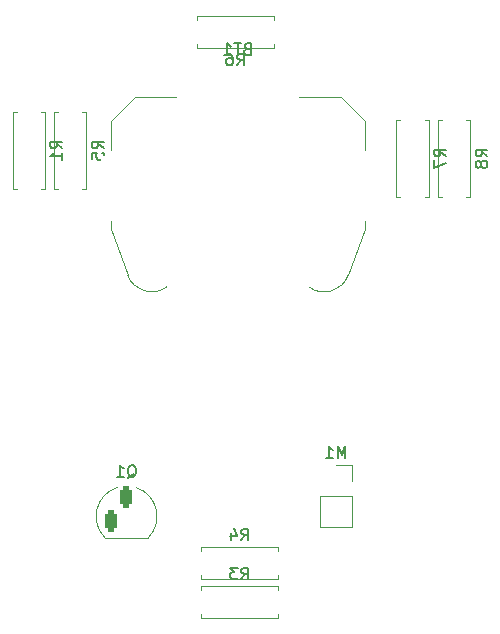
<source format=gbo>
G04 #@! TF.GenerationSoftware,KiCad,Pcbnew,9.0.2*
G04 #@! TF.CreationDate,2025-06-14T15:29:11+03:00*
G04 #@! TF.ProjectId,glowsei,676c6f77-7365-4692-9e6b-696361645f70,rev?*
G04 #@! TF.SameCoordinates,Original*
G04 #@! TF.FileFunction,Legend,Bot*
G04 #@! TF.FilePolarity,Positive*
%FSLAX46Y46*%
G04 Gerber Fmt 4.6, Leading zero omitted, Abs format (unit mm)*
G04 Created by KiCad (PCBNEW 9.0.2) date 2025-06-14 15:29:11*
%MOMM*%
%LPD*%
G01*
G04 APERTURE LIST*
G04 Aperture macros list*
%AMRoundRect*
0 Rectangle with rounded corners*
0 $1 Rounding radius*
0 $2 $3 $4 $5 $6 $7 $8 $9 X,Y pos of 4 corners*
0 Add a 4 corners polygon primitive as box body*
4,1,4,$2,$3,$4,$5,$6,$7,$8,$9,$2,$3,0*
0 Add four circle primitives for the rounded corners*
1,1,$1+$1,$2,$3*
1,1,$1+$1,$4,$5*
1,1,$1+$1,$6,$7*
1,1,$1+$1,$8,$9*
0 Add four rect primitives between the rounded corners*
20,1,$1+$1,$2,$3,$4,$5,0*
20,1,$1+$1,$4,$5,$6,$7,0*
20,1,$1+$1,$6,$7,$8,$9,0*
20,1,$1+$1,$8,$9,$2,$3,0*%
G04 Aperture macros list end*
%ADD10C,0.150000*%
%ADD11C,0.120000*%
%ADD12R,1.800000X1.800000*%
%ADD13C,1.800000*%
%ADD14C,2.000000*%
%ADD15C,1.500000*%
%ADD16C,1.600000*%
%ADD17R,1.270000X5.080000*%
%ADD18C,17.800000*%
%ADD19R,1.100000X1.800000*%
%ADD20RoundRect,0.275000X0.275000X0.625000X-0.275000X0.625000X-0.275000X-0.625000X0.275000X-0.625000X0*%
%ADD21R,1.700000X1.700000*%
%ADD22C,1.700000*%
G04 APERTURE END LIST*
D10*
X173824819Y-86523333D02*
X173348628Y-86190000D01*
X173824819Y-85951905D02*
X172824819Y-85951905D01*
X172824819Y-85951905D02*
X172824819Y-86332857D01*
X172824819Y-86332857D02*
X172872438Y-86428095D01*
X172872438Y-86428095D02*
X172920057Y-86475714D01*
X172920057Y-86475714D02*
X173015295Y-86523333D01*
X173015295Y-86523333D02*
X173158152Y-86523333D01*
X173158152Y-86523333D02*
X173253390Y-86475714D01*
X173253390Y-86475714D02*
X173301009Y-86428095D01*
X173301009Y-86428095D02*
X173348628Y-86332857D01*
X173348628Y-86332857D02*
X173348628Y-85951905D01*
X173253390Y-87094762D02*
X173205771Y-86999524D01*
X173205771Y-86999524D02*
X173158152Y-86951905D01*
X173158152Y-86951905D02*
X173062914Y-86904286D01*
X173062914Y-86904286D02*
X173015295Y-86904286D01*
X173015295Y-86904286D02*
X172920057Y-86951905D01*
X172920057Y-86951905D02*
X172872438Y-86999524D01*
X172872438Y-86999524D02*
X172824819Y-87094762D01*
X172824819Y-87094762D02*
X172824819Y-87285238D01*
X172824819Y-87285238D02*
X172872438Y-87380476D01*
X172872438Y-87380476D02*
X172920057Y-87428095D01*
X172920057Y-87428095D02*
X173015295Y-87475714D01*
X173015295Y-87475714D02*
X173062914Y-87475714D01*
X173062914Y-87475714D02*
X173158152Y-87428095D01*
X173158152Y-87428095D02*
X173205771Y-87380476D01*
X173205771Y-87380476D02*
X173253390Y-87285238D01*
X173253390Y-87285238D02*
X173253390Y-87094762D01*
X173253390Y-87094762D02*
X173301009Y-86999524D01*
X173301009Y-86999524D02*
X173348628Y-86951905D01*
X173348628Y-86951905D02*
X173443866Y-86904286D01*
X173443866Y-86904286D02*
X173634342Y-86904286D01*
X173634342Y-86904286D02*
X173729580Y-86951905D01*
X173729580Y-86951905D02*
X173777200Y-86999524D01*
X173777200Y-86999524D02*
X173824819Y-87094762D01*
X173824819Y-87094762D02*
X173824819Y-87285238D01*
X173824819Y-87285238D02*
X173777200Y-87380476D01*
X173777200Y-87380476D02*
X173729580Y-87428095D01*
X173729580Y-87428095D02*
X173634342Y-87475714D01*
X173634342Y-87475714D02*
X173443866Y-87475714D01*
X173443866Y-87475714D02*
X173348628Y-87428095D01*
X173348628Y-87428095D02*
X173301009Y-87380476D01*
X173301009Y-87380476D02*
X173253390Y-87285238D01*
X153006666Y-122334819D02*
X153339999Y-121858628D01*
X153578094Y-122334819D02*
X153578094Y-121334819D01*
X153578094Y-121334819D02*
X153197142Y-121334819D01*
X153197142Y-121334819D02*
X153101904Y-121382438D01*
X153101904Y-121382438D02*
X153054285Y-121430057D01*
X153054285Y-121430057D02*
X153006666Y-121525295D01*
X153006666Y-121525295D02*
X153006666Y-121668152D01*
X153006666Y-121668152D02*
X153054285Y-121763390D01*
X153054285Y-121763390D02*
X153101904Y-121811009D01*
X153101904Y-121811009D02*
X153197142Y-121858628D01*
X153197142Y-121858628D02*
X153578094Y-121858628D01*
X152673332Y-121334819D02*
X152054285Y-121334819D01*
X152054285Y-121334819D02*
X152387618Y-121715771D01*
X152387618Y-121715771D02*
X152244761Y-121715771D01*
X152244761Y-121715771D02*
X152149523Y-121763390D01*
X152149523Y-121763390D02*
X152101904Y-121811009D01*
X152101904Y-121811009D02*
X152054285Y-121906247D01*
X152054285Y-121906247D02*
X152054285Y-122144342D01*
X152054285Y-122144342D02*
X152101904Y-122239580D01*
X152101904Y-122239580D02*
X152149523Y-122287200D01*
X152149523Y-122287200D02*
X152244761Y-122334819D01*
X152244761Y-122334819D02*
X152530475Y-122334819D01*
X152530475Y-122334819D02*
X152625713Y-122287200D01*
X152625713Y-122287200D02*
X152673332Y-122239580D01*
X153006666Y-119034819D02*
X153339999Y-118558628D01*
X153578094Y-119034819D02*
X153578094Y-118034819D01*
X153578094Y-118034819D02*
X153197142Y-118034819D01*
X153197142Y-118034819D02*
X153101904Y-118082438D01*
X153101904Y-118082438D02*
X153054285Y-118130057D01*
X153054285Y-118130057D02*
X153006666Y-118225295D01*
X153006666Y-118225295D02*
X153006666Y-118368152D01*
X153006666Y-118368152D02*
X153054285Y-118463390D01*
X153054285Y-118463390D02*
X153101904Y-118511009D01*
X153101904Y-118511009D02*
X153197142Y-118558628D01*
X153197142Y-118558628D02*
X153578094Y-118558628D01*
X152149523Y-118368152D02*
X152149523Y-119034819D01*
X152387618Y-117987200D02*
X152625713Y-118701485D01*
X152625713Y-118701485D02*
X152006666Y-118701485D01*
X153485715Y-77431009D02*
X153342858Y-77478628D01*
X153342858Y-77478628D02*
X153295239Y-77526247D01*
X153295239Y-77526247D02*
X153247620Y-77621485D01*
X153247620Y-77621485D02*
X153247620Y-77764342D01*
X153247620Y-77764342D02*
X153295239Y-77859580D01*
X153295239Y-77859580D02*
X153342858Y-77907200D01*
X153342858Y-77907200D02*
X153438096Y-77954819D01*
X153438096Y-77954819D02*
X153819048Y-77954819D01*
X153819048Y-77954819D02*
X153819048Y-76954819D01*
X153819048Y-76954819D02*
X153485715Y-76954819D01*
X153485715Y-76954819D02*
X153390477Y-77002438D01*
X153390477Y-77002438D02*
X153342858Y-77050057D01*
X153342858Y-77050057D02*
X153295239Y-77145295D01*
X153295239Y-77145295D02*
X153295239Y-77240533D01*
X153295239Y-77240533D02*
X153342858Y-77335771D01*
X153342858Y-77335771D02*
X153390477Y-77383390D01*
X153390477Y-77383390D02*
X153485715Y-77431009D01*
X153485715Y-77431009D02*
X153819048Y-77431009D01*
X152961905Y-76954819D02*
X152390477Y-76954819D01*
X152676191Y-77954819D02*
X152676191Y-76954819D01*
X151533334Y-77954819D02*
X152104762Y-77954819D01*
X151819048Y-77954819D02*
X151819048Y-76954819D01*
X151819048Y-76954819D02*
X151914286Y-77097676D01*
X151914286Y-77097676D02*
X152009524Y-77192914D01*
X152009524Y-77192914D02*
X152104762Y-77240533D01*
X170324819Y-86523333D02*
X169848628Y-86190000D01*
X170324819Y-85951905D02*
X169324819Y-85951905D01*
X169324819Y-85951905D02*
X169324819Y-86332857D01*
X169324819Y-86332857D02*
X169372438Y-86428095D01*
X169372438Y-86428095D02*
X169420057Y-86475714D01*
X169420057Y-86475714D02*
X169515295Y-86523333D01*
X169515295Y-86523333D02*
X169658152Y-86523333D01*
X169658152Y-86523333D02*
X169753390Y-86475714D01*
X169753390Y-86475714D02*
X169801009Y-86428095D01*
X169801009Y-86428095D02*
X169848628Y-86332857D01*
X169848628Y-86332857D02*
X169848628Y-85951905D01*
X169324819Y-86856667D02*
X169324819Y-87523333D01*
X169324819Y-87523333D02*
X170324819Y-87094762D01*
X152666666Y-78824819D02*
X152999999Y-78348628D01*
X153238094Y-78824819D02*
X153238094Y-77824819D01*
X153238094Y-77824819D02*
X152857142Y-77824819D01*
X152857142Y-77824819D02*
X152761904Y-77872438D01*
X152761904Y-77872438D02*
X152714285Y-77920057D01*
X152714285Y-77920057D02*
X152666666Y-78015295D01*
X152666666Y-78015295D02*
X152666666Y-78158152D01*
X152666666Y-78158152D02*
X152714285Y-78253390D01*
X152714285Y-78253390D02*
X152761904Y-78301009D01*
X152761904Y-78301009D02*
X152857142Y-78348628D01*
X152857142Y-78348628D02*
X153238094Y-78348628D01*
X151809523Y-77824819D02*
X151999999Y-77824819D01*
X151999999Y-77824819D02*
X152095237Y-77872438D01*
X152095237Y-77872438D02*
X152142856Y-77920057D01*
X152142856Y-77920057D02*
X152238094Y-78062914D01*
X152238094Y-78062914D02*
X152285713Y-78253390D01*
X152285713Y-78253390D02*
X152285713Y-78634342D01*
X152285713Y-78634342D02*
X152238094Y-78729580D01*
X152238094Y-78729580D02*
X152190475Y-78777200D01*
X152190475Y-78777200D02*
X152095237Y-78824819D01*
X152095237Y-78824819D02*
X151904761Y-78824819D01*
X151904761Y-78824819D02*
X151809523Y-78777200D01*
X151809523Y-78777200D02*
X151761904Y-78729580D01*
X151761904Y-78729580D02*
X151714285Y-78634342D01*
X151714285Y-78634342D02*
X151714285Y-78396247D01*
X151714285Y-78396247D02*
X151761904Y-78301009D01*
X151761904Y-78301009D02*
X151809523Y-78253390D01*
X151809523Y-78253390D02*
X151904761Y-78205771D01*
X151904761Y-78205771D02*
X152095237Y-78205771D01*
X152095237Y-78205771D02*
X152190475Y-78253390D01*
X152190475Y-78253390D02*
X152238094Y-78301009D01*
X152238094Y-78301009D02*
X152285713Y-78396247D01*
X141324819Y-85833333D02*
X140848628Y-85500000D01*
X141324819Y-85261905D02*
X140324819Y-85261905D01*
X140324819Y-85261905D02*
X140324819Y-85642857D01*
X140324819Y-85642857D02*
X140372438Y-85738095D01*
X140372438Y-85738095D02*
X140420057Y-85785714D01*
X140420057Y-85785714D02*
X140515295Y-85833333D01*
X140515295Y-85833333D02*
X140658152Y-85833333D01*
X140658152Y-85833333D02*
X140753390Y-85785714D01*
X140753390Y-85785714D02*
X140801009Y-85738095D01*
X140801009Y-85738095D02*
X140848628Y-85642857D01*
X140848628Y-85642857D02*
X140848628Y-85261905D01*
X140324819Y-86738095D02*
X140324819Y-86261905D01*
X140324819Y-86261905D02*
X140801009Y-86214286D01*
X140801009Y-86214286D02*
X140753390Y-86261905D01*
X140753390Y-86261905D02*
X140705771Y-86357143D01*
X140705771Y-86357143D02*
X140705771Y-86595238D01*
X140705771Y-86595238D02*
X140753390Y-86690476D01*
X140753390Y-86690476D02*
X140801009Y-86738095D01*
X140801009Y-86738095D02*
X140896247Y-86785714D01*
X140896247Y-86785714D02*
X141134342Y-86785714D01*
X141134342Y-86785714D02*
X141229580Y-86738095D01*
X141229580Y-86738095D02*
X141277200Y-86690476D01*
X141277200Y-86690476D02*
X141324819Y-86595238D01*
X141324819Y-86595238D02*
X141324819Y-86357143D01*
X141324819Y-86357143D02*
X141277200Y-86261905D01*
X141277200Y-86261905D02*
X141229580Y-86214286D01*
X137824819Y-85833333D02*
X137348628Y-85500000D01*
X137824819Y-85261905D02*
X136824819Y-85261905D01*
X136824819Y-85261905D02*
X136824819Y-85642857D01*
X136824819Y-85642857D02*
X136872438Y-85738095D01*
X136872438Y-85738095D02*
X136920057Y-85785714D01*
X136920057Y-85785714D02*
X137015295Y-85833333D01*
X137015295Y-85833333D02*
X137158152Y-85833333D01*
X137158152Y-85833333D02*
X137253390Y-85785714D01*
X137253390Y-85785714D02*
X137301009Y-85738095D01*
X137301009Y-85738095D02*
X137348628Y-85642857D01*
X137348628Y-85642857D02*
X137348628Y-85261905D01*
X137824819Y-86785714D02*
X137824819Y-86214286D01*
X137824819Y-86500000D02*
X136824819Y-86500000D01*
X136824819Y-86500000D02*
X136967676Y-86404762D01*
X136967676Y-86404762D02*
X137062914Y-86309524D01*
X137062914Y-86309524D02*
X137110533Y-86214286D01*
X143365238Y-113750057D02*
X143460476Y-113702438D01*
X143460476Y-113702438D02*
X143555714Y-113607200D01*
X143555714Y-113607200D02*
X143698571Y-113464342D01*
X143698571Y-113464342D02*
X143793809Y-113416723D01*
X143793809Y-113416723D02*
X143889047Y-113416723D01*
X143841428Y-113654819D02*
X143936666Y-113607200D01*
X143936666Y-113607200D02*
X144031904Y-113511961D01*
X144031904Y-113511961D02*
X144079523Y-113321485D01*
X144079523Y-113321485D02*
X144079523Y-112988152D01*
X144079523Y-112988152D02*
X144031904Y-112797676D01*
X144031904Y-112797676D02*
X143936666Y-112702438D01*
X143936666Y-112702438D02*
X143841428Y-112654819D01*
X143841428Y-112654819D02*
X143650952Y-112654819D01*
X143650952Y-112654819D02*
X143555714Y-112702438D01*
X143555714Y-112702438D02*
X143460476Y-112797676D01*
X143460476Y-112797676D02*
X143412857Y-112988152D01*
X143412857Y-112988152D02*
X143412857Y-113321485D01*
X143412857Y-113321485D02*
X143460476Y-113511961D01*
X143460476Y-113511961D02*
X143555714Y-113607200D01*
X143555714Y-113607200D02*
X143650952Y-113654819D01*
X143650952Y-113654819D02*
X143841428Y-113654819D01*
X142460476Y-113654819D02*
X143031904Y-113654819D01*
X142746190Y-113654819D02*
X142746190Y-112654819D01*
X142746190Y-112654819D02*
X142841428Y-112797676D01*
X142841428Y-112797676D02*
X142936666Y-112892914D01*
X142936666Y-112892914D02*
X143031904Y-112940533D01*
X161809523Y-112074819D02*
X161809523Y-111074819D01*
X161809523Y-111074819D02*
X161476190Y-111789104D01*
X161476190Y-111789104D02*
X161142857Y-111074819D01*
X161142857Y-111074819D02*
X161142857Y-112074819D01*
X160142857Y-112074819D02*
X160714285Y-112074819D01*
X160428571Y-112074819D02*
X160428571Y-111074819D01*
X160428571Y-111074819D02*
X160523809Y-111217676D01*
X160523809Y-111217676D02*
X160619047Y-111312914D01*
X160619047Y-111312914D02*
X160714285Y-111360533D01*
D11*
G04 #@! TO.C,R8*
X169630000Y-83420000D02*
X169960000Y-83420000D01*
X169630000Y-89960000D02*
X169630000Y-83420000D01*
X169960000Y-89960000D02*
X169630000Y-89960000D01*
X172040000Y-89960000D02*
X172370000Y-89960000D01*
X172370000Y-83420000D02*
X172040000Y-83420000D01*
X172370000Y-89960000D02*
X172370000Y-83420000D01*
G04 #@! TO.C,R3*
X149570000Y-122880000D02*
X149570000Y-123210000D01*
X149570000Y-125620000D02*
X149570000Y-125290000D01*
X156110000Y-122880000D02*
X149570000Y-122880000D01*
X156110000Y-123210000D02*
X156110000Y-122880000D01*
X156110000Y-125290000D02*
X156110000Y-125620000D01*
X156110000Y-125620000D02*
X149570000Y-125620000D01*
G04 #@! TO.C,R4*
X149570000Y-119580000D02*
X149570000Y-119910000D01*
X149570000Y-122320000D02*
X149570000Y-121990000D01*
X156110000Y-119580000D02*
X149570000Y-119580000D01*
X156110000Y-119910000D02*
X156110000Y-119580000D01*
X156110000Y-121990000D02*
X156110000Y-122320000D01*
X156110000Y-122320000D02*
X149570000Y-122320000D01*
G04 #@! TO.C,BT1*
X141920001Y-83540000D02*
X141920001Y-86000000D01*
X141920001Y-92000000D02*
X141920001Y-92630000D01*
X141920001Y-92630000D02*
X143360001Y-96580000D01*
X144000001Y-81460000D02*
X141920001Y-83540000D01*
X144000001Y-81460000D02*
X147500001Y-81460000D01*
X157900001Y-81460000D02*
X161400001Y-81460000D01*
X161400001Y-81460000D02*
X163480001Y-83540000D01*
X163480001Y-83540000D02*
X163480001Y-86000000D01*
X163480001Y-92000000D02*
X163480001Y-92630000D01*
X163480001Y-92630000D02*
X162040001Y-96580000D01*
X146700001Y-97550000D02*
G75*
G02*
X143374758Y-96588169I-1310000J1700000D01*
G01*
X162040001Y-96580000D02*
G75*
G02*
X158703355Y-97566530I-2030000J730001D01*
G01*
G04 #@! TO.C,R7*
X166130000Y-83420000D02*
X166460000Y-83420000D01*
X166130000Y-89960000D02*
X166130000Y-83420000D01*
X166460000Y-89960000D02*
X166130000Y-89960000D01*
X168540000Y-89960000D02*
X168870000Y-89960000D01*
X168870000Y-83420000D02*
X168540000Y-83420000D01*
X168870000Y-89960000D02*
X168870000Y-83420000D01*
G04 #@! TO.C,R6*
X149230000Y-74630000D02*
X155770000Y-74630000D01*
X149230000Y-74960000D02*
X149230000Y-74630000D01*
X149230000Y-77040000D02*
X149230000Y-77370000D01*
X149230000Y-77370000D02*
X155770000Y-77370000D01*
X155770000Y-74630000D02*
X155770000Y-74960000D01*
X155770000Y-77370000D02*
X155770000Y-77040000D01*
G04 #@! TO.C,R5*
X137130000Y-82730000D02*
X137460000Y-82730000D01*
X137130000Y-89270000D02*
X137130000Y-82730000D01*
X137460000Y-89270000D02*
X137130000Y-89270000D01*
X139540000Y-89270000D02*
X139870000Y-89270000D01*
X139870000Y-82730000D02*
X139540000Y-82730000D01*
X139870000Y-89270000D02*
X139870000Y-82730000D01*
G04 #@! TO.C,R1*
X133630000Y-82730000D02*
X133960000Y-82730000D01*
X133630000Y-89270000D02*
X133630000Y-82730000D01*
X133960000Y-89270000D02*
X133630000Y-89270000D01*
X136040000Y-89270000D02*
X136370000Y-89270000D01*
X136370000Y-82730000D02*
X136040000Y-82730000D01*
X136370000Y-89270000D02*
X136370000Y-82730000D01*
G04 #@! TO.C,Q1*
X145070000Y-118850000D02*
X141470000Y-118850000D01*
X141461555Y-118827684D02*
G75*
G02*
X142490000Y-114550000I1808445J1827684D01*
G01*
X144090000Y-114550000D02*
G75*
G02*
X145081453Y-118842156I-820000J-2450000D01*
G01*
G04 #@! TO.C,M1*
X159620000Y-115270000D02*
X159620000Y-117920000D01*
X162380000Y-112620000D02*
X161000000Y-112620000D01*
X162380000Y-114000000D02*
X162380000Y-112620000D01*
X162380000Y-115270000D02*
X159620000Y-115270000D01*
X162380000Y-115270000D02*
X162380000Y-117920000D01*
X162380000Y-117920000D02*
X159620000Y-117920000D01*
G04 #@! TD*
%LPC*%
D12*
G04 #@! TO.C,D3*
X150725000Y-65500000D03*
D13*
X153265000Y-65500000D03*
G04 #@! TD*
D14*
G04 #@! TO.C,SW1*
X149500000Y-113000000D03*
X156000000Y-113000000D03*
X149500000Y-117500000D03*
X156000000Y-117500000D03*
G04 #@! TD*
D12*
G04 #@! TO.C,D2*
X143500000Y-68000000D03*
D13*
X146040000Y-68000000D03*
G04 #@! TD*
D15*
G04 #@! TO.C,R2*
X151300000Y-109000000D03*
X154700000Y-109000000D03*
G04 #@! TD*
D12*
G04 #@! TO.C,D5*
X163960000Y-73000000D03*
D13*
X166500000Y-73000000D03*
G04 #@! TD*
D12*
G04 #@! TO.C,D1*
X137000000Y-72500000D03*
D13*
X139540000Y-72500000D03*
G04 #@! TD*
D12*
G04 #@! TO.C,D4*
X157500000Y-69500000D03*
D13*
X160040000Y-69500000D03*
G04 #@! TD*
D16*
G04 #@! TO.C,R8*
X171000000Y-90500000D03*
X171000000Y-82880000D03*
G04 #@! TD*
G04 #@! TO.C,R3*
X156650000Y-124250000D03*
X149030000Y-124250000D03*
G04 #@! TD*
G04 #@! TO.C,R4*
X156650000Y-120950000D03*
X149030000Y-120950000D03*
G04 #@! TD*
D17*
G04 #@! TO.C,BT1*
X163685001Y-89000000D03*
X141715001Y-89000000D03*
D18*
X152700001Y-89000000D03*
G04 #@! TD*
D16*
G04 #@! TO.C,R7*
X167500000Y-90500000D03*
X167500000Y-82880000D03*
G04 #@! TD*
G04 #@! TO.C,R6*
X148690000Y-76000000D03*
X156310000Y-76000000D03*
G04 #@! TD*
G04 #@! TO.C,R5*
X138500000Y-89810000D03*
X138500000Y-82190000D03*
G04 #@! TD*
G04 #@! TO.C,R1*
X135000000Y-89810000D03*
X135000000Y-82190000D03*
G04 #@! TD*
D19*
G04 #@! TO.C,Q1*
X144540000Y-117400000D03*
D20*
X143270000Y-115330000D03*
X142000000Y-117400000D03*
G04 #@! TD*
D21*
G04 #@! TO.C,M1*
X161000000Y-114000000D03*
D22*
X161000000Y-116540000D03*
G04 #@! TD*
%LPD*%
M02*

</source>
